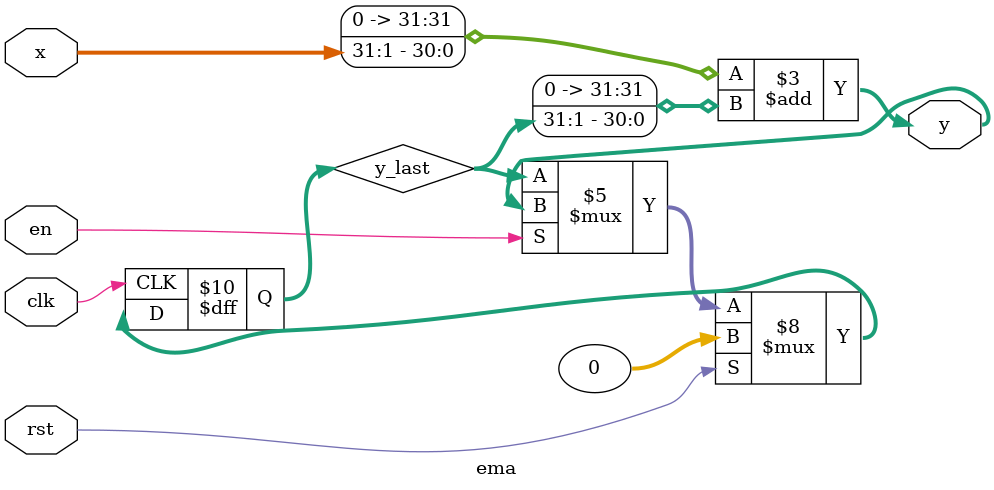
<source format=v>
`timescale 1ns / 1ps

module ema(
    input               clk,
    input               rst,
    input               en,
    input       [31:0]  x,
    output [31:0]  y
    );
    
    reg [31:0] y_last;

    assign y = (x >> 1) + (y_last >> 1); 
        
    always@(posedge clk) begin
        if (rst) y_last <= 32'h0;
        else if (en) y_last <= y;
    end

endmodule

</source>
